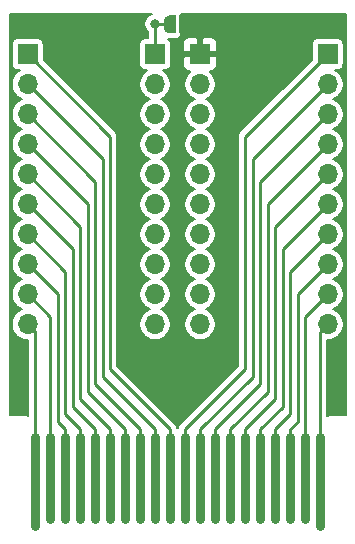
<source format=gbr>
G04 #@! TF.GenerationSoftware,KiCad,Pcbnew,(5.1.5)-3*
G04 #@! TF.CreationDate,2020-01-25T19:38:27+03:00*
G04 #@! TF.ProjectId,Sharp PC-1600 MemCard,53686172-7020-4504-932d-31363030204d,rev?*
G04 #@! TF.SameCoordinates,Original*
G04 #@! TF.FileFunction,Copper,L1,Top*
G04 #@! TF.FilePolarity,Positive*
%FSLAX46Y46*%
G04 Gerber Fmt 4.6, Leading zero omitted, Abs format (unit mm)*
G04 Created by KiCad (PCBNEW (5.1.5)-3) date 2020-01-25 19:38:27*
%MOMM*%
%LPD*%
G04 APERTURE LIST*
%ADD10C,0.100000*%
%ADD11R,1.700000X1.700000*%
%ADD12O,1.700000X1.700000*%
%ADD13C,0.800000*%
%ADD14C,0.800000*%
%ADD15C,0.250000*%
%ADD16C,0.200000*%
G04 APERTURE END LIST*
G04 #@! TA.AperFunction,SMDPad,CuDef*
D10*
G36*
X147290000Y-64884398D02*
G01*
X147265466Y-64884398D01*
X147216635Y-64879588D01*
X147168510Y-64870016D01*
X147121555Y-64855772D01*
X147076222Y-64836995D01*
X147032949Y-64813864D01*
X146992150Y-64786604D01*
X146954221Y-64755476D01*
X146919524Y-64720779D01*
X146888396Y-64682850D01*
X146861136Y-64642051D01*
X146838005Y-64598778D01*
X146819228Y-64553445D01*
X146804984Y-64506490D01*
X146795412Y-64458365D01*
X146790602Y-64409534D01*
X146790602Y-64385000D01*
X146790000Y-64385000D01*
X146790000Y-63885000D01*
X146790602Y-63885000D01*
X146790602Y-63860466D01*
X146795412Y-63811635D01*
X146804984Y-63763510D01*
X146819228Y-63716555D01*
X146838005Y-63671222D01*
X146861136Y-63627949D01*
X146888396Y-63587150D01*
X146919524Y-63549221D01*
X146954221Y-63514524D01*
X146992150Y-63483396D01*
X147032949Y-63456136D01*
X147076222Y-63433005D01*
X147121555Y-63414228D01*
X147168510Y-63399984D01*
X147216635Y-63390412D01*
X147265466Y-63385602D01*
X147290000Y-63385602D01*
X147290000Y-63385000D01*
X147790000Y-63385000D01*
X147790000Y-64885000D01*
X147290000Y-64885000D01*
X147290000Y-64884398D01*
G37*
G04 #@! TD.AperFunction*
G04 #@! TA.AperFunction,SMDPad,CuDef*
G36*
X148090000Y-63385000D02*
G01*
X148590000Y-63385000D01*
X148590000Y-63385602D01*
X148614534Y-63385602D01*
X148663365Y-63390412D01*
X148711490Y-63399984D01*
X148758445Y-63414228D01*
X148803778Y-63433005D01*
X148847051Y-63456136D01*
X148887850Y-63483396D01*
X148925779Y-63514524D01*
X148960476Y-63549221D01*
X148991604Y-63587150D01*
X149018864Y-63627949D01*
X149041995Y-63671222D01*
X149060772Y-63716555D01*
X149075016Y-63763510D01*
X149084588Y-63811635D01*
X149089398Y-63860466D01*
X149089398Y-63885000D01*
X149090000Y-63885000D01*
X149090000Y-64385000D01*
X149089398Y-64385000D01*
X149089398Y-64409534D01*
X149084588Y-64458365D01*
X149075016Y-64506490D01*
X149060772Y-64553445D01*
X149041995Y-64598778D01*
X149018864Y-64642051D01*
X148991604Y-64682850D01*
X148960476Y-64720779D01*
X148925779Y-64755476D01*
X148887850Y-64786604D01*
X148847051Y-64813864D01*
X148803778Y-64836995D01*
X148758445Y-64855772D01*
X148711490Y-64870016D01*
X148663365Y-64879588D01*
X148614534Y-64884398D01*
X148590000Y-64884398D01*
X148590000Y-64885000D01*
X148090000Y-64885000D01*
X148090000Y-63385000D01*
G37*
G04 #@! TD.AperFunction*
D11*
X149860000Y-66675000D03*
D12*
X149860000Y-69215000D03*
X149860000Y-71755000D03*
X149860000Y-74295000D03*
X149860000Y-76835000D03*
X149860000Y-79375000D03*
X149860000Y-81915000D03*
X149860000Y-84455000D03*
X149860000Y-86995000D03*
X149860000Y-89535000D03*
D11*
X146050000Y-66675000D03*
D12*
X146050000Y-69215000D03*
X146050000Y-71755000D03*
X146050000Y-74295000D03*
X146050000Y-76835000D03*
X146050000Y-79375000D03*
X146050000Y-81915000D03*
X146050000Y-84455000D03*
X146050000Y-86995000D03*
X146050000Y-89535000D03*
D11*
X135255000Y-66675000D03*
D12*
X135255000Y-69215000D03*
X135255000Y-71755000D03*
X135255000Y-74295000D03*
X135255000Y-76835000D03*
X135255000Y-79375000D03*
X135255000Y-81915000D03*
X135255000Y-84455000D03*
X135255000Y-86995000D03*
X135255000Y-89535000D03*
D11*
X160655000Y-66675000D03*
D12*
X160655000Y-69215000D03*
X160655000Y-71755000D03*
X160655000Y-74295000D03*
X160655000Y-76835000D03*
X160655000Y-79375000D03*
X160655000Y-81915000D03*
X160655000Y-84455000D03*
X160655000Y-86995000D03*
X160655000Y-89535000D03*
D13*
X146050000Y-64135000D03*
X160655000Y-64135000D03*
X154940000Y-64135000D03*
X161290000Y-96520000D03*
X135255000Y-64135000D03*
X136525000Y-64135000D03*
X159385000Y-64135000D03*
X149860000Y-64135000D03*
X140335000Y-64135000D03*
X134620000Y-96520000D03*
X134620000Y-95250000D03*
X161290000Y-95250000D03*
X147955000Y-88265000D03*
X147955000Y-78105000D03*
X147955000Y-68580000D03*
X150495000Y-93345000D03*
X146050000Y-93345000D03*
D14*
X160020000Y-106645000D02*
X160020000Y-99045000D01*
X158750000Y-106045000D02*
X158750000Y-99045000D01*
X157480000Y-106045000D02*
X157480000Y-99045000D01*
X156210000Y-106045000D02*
X156210000Y-99045000D01*
X154940000Y-106045000D02*
X154940000Y-99045000D01*
X153670000Y-106045000D02*
X153670000Y-99045000D01*
X152400000Y-106045000D02*
X152400000Y-99045000D01*
X151130000Y-106045000D02*
X151130000Y-99045000D01*
X149860000Y-106045000D02*
X149860000Y-99045000D01*
X148590000Y-106045000D02*
X148590000Y-99045000D01*
X147320000Y-106045000D02*
X147320000Y-99045000D01*
X146050000Y-106045000D02*
X146050000Y-99045000D01*
X144780000Y-106045000D02*
X144780000Y-99045000D01*
X143510000Y-106045000D02*
X143510000Y-99045000D01*
X142240000Y-106045000D02*
X142240000Y-99045000D01*
X140970000Y-106045000D02*
X140970000Y-99045000D01*
X139700000Y-106045000D02*
X139700000Y-99045000D01*
X138430000Y-106045000D02*
X138430000Y-99045000D01*
X137160000Y-106045000D02*
X137160000Y-99045000D01*
X135890000Y-106645000D02*
X135890000Y-99045000D01*
D15*
X160020000Y-99045000D02*
X160020000Y-90170000D01*
X160020000Y-90170000D02*
X160655000Y-89535000D01*
X135890000Y-99045000D02*
X135890000Y-90170000D01*
X135890000Y-90170000D02*
X135255000Y-89535000D01*
X137160000Y-99045000D02*
X137160000Y-88900000D01*
X137160000Y-88900000D02*
X135255000Y-86995000D01*
X138430000Y-99045000D02*
X138430000Y-98425000D01*
X138430000Y-98425000D02*
X137795000Y-97790000D01*
X137795000Y-86995000D02*
X135255000Y-84455000D01*
X137795000Y-97790000D02*
X137795000Y-86995000D01*
X139700000Y-99045000D02*
X139700000Y-98425000D01*
X139700000Y-98425000D02*
X138430000Y-97155000D01*
X138430000Y-97155000D02*
X138430000Y-85090000D01*
X138430000Y-85090000D02*
X135255000Y-81915000D01*
X140970000Y-99045000D02*
X140970000Y-98425000D01*
X140970000Y-98425000D02*
X139065000Y-96520000D01*
X139065000Y-96520000D02*
X139065000Y-83185000D01*
X139065000Y-83185000D02*
X135255000Y-79375000D01*
X142240000Y-99045000D02*
X142240000Y-98425000D01*
X142240000Y-98425000D02*
X139700000Y-95885000D01*
X139700000Y-95885000D02*
X139700000Y-81280000D01*
X139700000Y-81280000D02*
X135255000Y-76835000D01*
X143510000Y-99045000D02*
X143510000Y-98425000D01*
X143510000Y-98425000D02*
X140335000Y-95250000D01*
X140335000Y-95250000D02*
X140335000Y-79375000D01*
X140335000Y-79375000D02*
X135255000Y-74295000D01*
X144780000Y-99045000D02*
X144780000Y-98425000D01*
X144780000Y-98425000D02*
X140970000Y-94615000D01*
X140970000Y-94615000D02*
X140970000Y-77470000D01*
X140970000Y-77470000D02*
X135255000Y-71755000D01*
X146050000Y-99045000D02*
X146050000Y-98425000D01*
X146050000Y-98425000D02*
X141605000Y-93980000D01*
X141605000Y-93980000D02*
X141605000Y-75565000D01*
X141605000Y-75565000D02*
X135255000Y-69215000D01*
X147320000Y-99045000D02*
X147320000Y-98425000D01*
X147320000Y-98425000D02*
X142240000Y-93345000D01*
X142240000Y-93345000D02*
X142240000Y-73660000D01*
X142240000Y-73660000D02*
X135255000Y-66675000D01*
X158750000Y-99045000D02*
X158750000Y-88900000D01*
X158750000Y-88900000D02*
X160655000Y-86995000D01*
X157480000Y-99045000D02*
X157480000Y-98425000D01*
X157480000Y-98425000D02*
X158115000Y-97790000D01*
X158115000Y-97790000D02*
X158115000Y-86995000D01*
X158115000Y-86995000D02*
X160655000Y-84455000D01*
X156210000Y-99045000D02*
X156210000Y-98425000D01*
X156210000Y-98425000D02*
X157480000Y-97155000D01*
X157480000Y-97155000D02*
X157480000Y-85090000D01*
X157480000Y-85090000D02*
X160655000Y-81915000D01*
X154940000Y-99045000D02*
X154940000Y-98425000D01*
X154940000Y-98425000D02*
X156845000Y-96520000D01*
X156845000Y-96520000D02*
X156845000Y-83185000D01*
X156845000Y-83185000D02*
X160655000Y-79375000D01*
X153670000Y-99045000D02*
X153670000Y-98425000D01*
X153670000Y-98425000D02*
X156210000Y-95885000D01*
X156210000Y-95885000D02*
X156210000Y-81280000D01*
X156210000Y-81280000D02*
X160655000Y-76835000D01*
X152400000Y-99045000D02*
X152400000Y-98425000D01*
X152400000Y-98425000D02*
X155575000Y-95250000D01*
X155575000Y-95250000D02*
X155575000Y-79375000D01*
X155575000Y-79375000D02*
X160655000Y-74295000D01*
X151130000Y-99045000D02*
X151130000Y-98425000D01*
X151130000Y-98425000D02*
X154940000Y-94615000D01*
X154940000Y-94615000D02*
X154940000Y-77470000D01*
X154940000Y-77470000D02*
X160655000Y-71755000D01*
X149860000Y-99045000D02*
X149860000Y-98425000D01*
X149860000Y-98425000D02*
X154305000Y-93980000D01*
X154305000Y-93980000D02*
X154305000Y-75565000D01*
X154305000Y-75565000D02*
X160655000Y-69215000D01*
X148590000Y-99045000D02*
X148590000Y-98425000D01*
X148590000Y-98425000D02*
X153670000Y-93345000D01*
X153670000Y-93345000D02*
X153670000Y-73660000D01*
X153670000Y-73660000D02*
X160655000Y-66675000D01*
X146050000Y-64135000D02*
X146050000Y-64135000D01*
X146050000Y-64135000D02*
X147290000Y-64135000D01*
X146050000Y-64135000D02*
X146050000Y-66675000D01*
X149860000Y-66675000D02*
X149860000Y-64135000D01*
X149860000Y-64135000D02*
X148590000Y-64135000D01*
X149860000Y-64135000D02*
X149860000Y-64135000D01*
D16*
G36*
X145623690Y-63337430D02*
G01*
X145476283Y-63435924D01*
X145350924Y-63561283D01*
X145252430Y-63708690D01*
X145184586Y-63872480D01*
X145150000Y-64046358D01*
X145150000Y-64223642D01*
X145184586Y-64397520D01*
X145252430Y-64561310D01*
X145350924Y-64708717D01*
X145425000Y-64782793D01*
X145425000Y-65322581D01*
X145200000Y-65322581D01*
X145101983Y-65332235D01*
X145007733Y-65360825D01*
X144920871Y-65407254D01*
X144844736Y-65469736D01*
X144782254Y-65545871D01*
X144735825Y-65632733D01*
X144707235Y-65726983D01*
X144697581Y-65825000D01*
X144697581Y-67525000D01*
X144707235Y-67623017D01*
X144735825Y-67717267D01*
X144782254Y-67804129D01*
X144844736Y-67880264D01*
X144920871Y-67942746D01*
X145007733Y-67989175D01*
X145101983Y-68017765D01*
X145200000Y-68027419D01*
X145397405Y-68027419D01*
X145189425Y-68166387D01*
X145001387Y-68354425D01*
X144853646Y-68575535D01*
X144751880Y-68821220D01*
X144700000Y-69082037D01*
X144700000Y-69347963D01*
X144751880Y-69608780D01*
X144853646Y-69854465D01*
X145001387Y-70075575D01*
X145189425Y-70263613D01*
X145410535Y-70411354D01*
X145588332Y-70485000D01*
X145410535Y-70558646D01*
X145189425Y-70706387D01*
X145001387Y-70894425D01*
X144853646Y-71115535D01*
X144751880Y-71361220D01*
X144700000Y-71622037D01*
X144700000Y-71887963D01*
X144751880Y-72148780D01*
X144853646Y-72394465D01*
X145001387Y-72615575D01*
X145189425Y-72803613D01*
X145410535Y-72951354D01*
X145588332Y-73025000D01*
X145410535Y-73098646D01*
X145189425Y-73246387D01*
X145001387Y-73434425D01*
X144853646Y-73655535D01*
X144751880Y-73901220D01*
X144700000Y-74162037D01*
X144700000Y-74427963D01*
X144751880Y-74688780D01*
X144853646Y-74934465D01*
X145001387Y-75155575D01*
X145189425Y-75343613D01*
X145410535Y-75491354D01*
X145588332Y-75565000D01*
X145410535Y-75638646D01*
X145189425Y-75786387D01*
X145001387Y-75974425D01*
X144853646Y-76195535D01*
X144751880Y-76441220D01*
X144700000Y-76702037D01*
X144700000Y-76967963D01*
X144751880Y-77228780D01*
X144853646Y-77474465D01*
X145001387Y-77695575D01*
X145189425Y-77883613D01*
X145410535Y-78031354D01*
X145588332Y-78105000D01*
X145410535Y-78178646D01*
X145189425Y-78326387D01*
X145001387Y-78514425D01*
X144853646Y-78735535D01*
X144751880Y-78981220D01*
X144700000Y-79242037D01*
X144700000Y-79507963D01*
X144751880Y-79768780D01*
X144853646Y-80014465D01*
X145001387Y-80235575D01*
X145189425Y-80423613D01*
X145410535Y-80571354D01*
X145588332Y-80645000D01*
X145410535Y-80718646D01*
X145189425Y-80866387D01*
X145001387Y-81054425D01*
X144853646Y-81275535D01*
X144751880Y-81521220D01*
X144700000Y-81782037D01*
X144700000Y-82047963D01*
X144751880Y-82308780D01*
X144853646Y-82554465D01*
X145001387Y-82775575D01*
X145189425Y-82963613D01*
X145410535Y-83111354D01*
X145588332Y-83185000D01*
X145410535Y-83258646D01*
X145189425Y-83406387D01*
X145001387Y-83594425D01*
X144853646Y-83815535D01*
X144751880Y-84061220D01*
X144700000Y-84322037D01*
X144700000Y-84587963D01*
X144751880Y-84848780D01*
X144853646Y-85094465D01*
X145001387Y-85315575D01*
X145189425Y-85503613D01*
X145410535Y-85651354D01*
X145588332Y-85725000D01*
X145410535Y-85798646D01*
X145189425Y-85946387D01*
X145001387Y-86134425D01*
X144853646Y-86355535D01*
X144751880Y-86601220D01*
X144700000Y-86862037D01*
X144700000Y-87127963D01*
X144751880Y-87388780D01*
X144853646Y-87634465D01*
X145001387Y-87855575D01*
X145189425Y-88043613D01*
X145410535Y-88191354D01*
X145588332Y-88265000D01*
X145410535Y-88338646D01*
X145189425Y-88486387D01*
X145001387Y-88674425D01*
X144853646Y-88895535D01*
X144751880Y-89141220D01*
X144700000Y-89402037D01*
X144700000Y-89667963D01*
X144751880Y-89928780D01*
X144853646Y-90174465D01*
X145001387Y-90395575D01*
X145189425Y-90583613D01*
X145410535Y-90731354D01*
X145656220Y-90833120D01*
X145917037Y-90885000D01*
X146182963Y-90885000D01*
X146443780Y-90833120D01*
X146689465Y-90731354D01*
X146910575Y-90583613D01*
X147098613Y-90395575D01*
X147246354Y-90174465D01*
X147348120Y-89928780D01*
X147400000Y-89667963D01*
X147400000Y-89402037D01*
X147348120Y-89141220D01*
X147246354Y-88895535D01*
X147098613Y-88674425D01*
X146910575Y-88486387D01*
X146689465Y-88338646D01*
X146511668Y-88265000D01*
X146689465Y-88191354D01*
X146910575Y-88043613D01*
X147098613Y-87855575D01*
X147246354Y-87634465D01*
X147348120Y-87388780D01*
X147400000Y-87127963D01*
X147400000Y-86862037D01*
X147348120Y-86601220D01*
X147246354Y-86355535D01*
X147098613Y-86134425D01*
X146910575Y-85946387D01*
X146689465Y-85798646D01*
X146511668Y-85725000D01*
X146689465Y-85651354D01*
X146910575Y-85503613D01*
X147098613Y-85315575D01*
X147246354Y-85094465D01*
X147348120Y-84848780D01*
X147400000Y-84587963D01*
X147400000Y-84322037D01*
X147348120Y-84061220D01*
X147246354Y-83815535D01*
X147098613Y-83594425D01*
X146910575Y-83406387D01*
X146689465Y-83258646D01*
X146511668Y-83185000D01*
X146689465Y-83111354D01*
X146910575Y-82963613D01*
X147098613Y-82775575D01*
X147246354Y-82554465D01*
X147348120Y-82308780D01*
X147400000Y-82047963D01*
X147400000Y-81782037D01*
X147348120Y-81521220D01*
X147246354Y-81275535D01*
X147098613Y-81054425D01*
X146910575Y-80866387D01*
X146689465Y-80718646D01*
X146511668Y-80645000D01*
X146689465Y-80571354D01*
X146910575Y-80423613D01*
X147098613Y-80235575D01*
X147246354Y-80014465D01*
X147348120Y-79768780D01*
X147400000Y-79507963D01*
X147400000Y-79242037D01*
X147348120Y-78981220D01*
X147246354Y-78735535D01*
X147098613Y-78514425D01*
X146910575Y-78326387D01*
X146689465Y-78178646D01*
X146511668Y-78105000D01*
X146689465Y-78031354D01*
X146910575Y-77883613D01*
X147098613Y-77695575D01*
X147246354Y-77474465D01*
X147348120Y-77228780D01*
X147400000Y-76967963D01*
X147400000Y-76702037D01*
X147348120Y-76441220D01*
X147246354Y-76195535D01*
X147098613Y-75974425D01*
X146910575Y-75786387D01*
X146689465Y-75638646D01*
X146511668Y-75565000D01*
X146689465Y-75491354D01*
X146910575Y-75343613D01*
X147098613Y-75155575D01*
X147246354Y-74934465D01*
X147348120Y-74688780D01*
X147400000Y-74427963D01*
X147400000Y-74162037D01*
X147348120Y-73901220D01*
X147246354Y-73655535D01*
X147098613Y-73434425D01*
X146910575Y-73246387D01*
X146689465Y-73098646D01*
X146511668Y-73025000D01*
X146689465Y-72951354D01*
X146910575Y-72803613D01*
X147098613Y-72615575D01*
X147246354Y-72394465D01*
X147348120Y-72148780D01*
X147400000Y-71887963D01*
X147400000Y-71622037D01*
X147348120Y-71361220D01*
X147246354Y-71115535D01*
X147098613Y-70894425D01*
X146910575Y-70706387D01*
X146689465Y-70558646D01*
X146511668Y-70485000D01*
X146689465Y-70411354D01*
X146910575Y-70263613D01*
X147098613Y-70075575D01*
X147246354Y-69854465D01*
X147348120Y-69608780D01*
X147400000Y-69347963D01*
X147400000Y-69082037D01*
X147348120Y-68821220D01*
X147246354Y-68575535D01*
X147098613Y-68354425D01*
X146910575Y-68166387D01*
X146702595Y-68027419D01*
X146900000Y-68027419D01*
X146998017Y-68017765D01*
X147092267Y-67989175D01*
X147179129Y-67942746D01*
X147255264Y-67880264D01*
X147317746Y-67804129D01*
X147364175Y-67717267D01*
X147392765Y-67623017D01*
X147402419Y-67525000D01*
X148399058Y-67525000D01*
X148410797Y-67644189D01*
X148445563Y-67758797D01*
X148502020Y-67864421D01*
X148577999Y-67957001D01*
X148670579Y-68032980D01*
X148776203Y-68089437D01*
X148890811Y-68124203D01*
X149010000Y-68135942D01*
X149045275Y-68135751D01*
X148999425Y-68166387D01*
X148811387Y-68354425D01*
X148663646Y-68575535D01*
X148561880Y-68821220D01*
X148510000Y-69082037D01*
X148510000Y-69347963D01*
X148561880Y-69608780D01*
X148663646Y-69854465D01*
X148811387Y-70075575D01*
X148999425Y-70263613D01*
X149220535Y-70411354D01*
X149398332Y-70485000D01*
X149220535Y-70558646D01*
X148999425Y-70706387D01*
X148811387Y-70894425D01*
X148663646Y-71115535D01*
X148561880Y-71361220D01*
X148510000Y-71622037D01*
X148510000Y-71887963D01*
X148561880Y-72148780D01*
X148663646Y-72394465D01*
X148811387Y-72615575D01*
X148999425Y-72803613D01*
X149220535Y-72951354D01*
X149398332Y-73025000D01*
X149220535Y-73098646D01*
X148999425Y-73246387D01*
X148811387Y-73434425D01*
X148663646Y-73655535D01*
X148561880Y-73901220D01*
X148510000Y-74162037D01*
X148510000Y-74427963D01*
X148561880Y-74688780D01*
X148663646Y-74934465D01*
X148811387Y-75155575D01*
X148999425Y-75343613D01*
X149220535Y-75491354D01*
X149398332Y-75565000D01*
X149220535Y-75638646D01*
X148999425Y-75786387D01*
X148811387Y-75974425D01*
X148663646Y-76195535D01*
X148561880Y-76441220D01*
X148510000Y-76702037D01*
X148510000Y-76967963D01*
X148561880Y-77228780D01*
X148663646Y-77474465D01*
X148811387Y-77695575D01*
X148999425Y-77883613D01*
X149220535Y-78031354D01*
X149398332Y-78105000D01*
X149220535Y-78178646D01*
X148999425Y-78326387D01*
X148811387Y-78514425D01*
X148663646Y-78735535D01*
X148561880Y-78981220D01*
X148510000Y-79242037D01*
X148510000Y-79507963D01*
X148561880Y-79768780D01*
X148663646Y-80014465D01*
X148811387Y-80235575D01*
X148999425Y-80423613D01*
X149220535Y-80571354D01*
X149398332Y-80645000D01*
X149220535Y-80718646D01*
X148999425Y-80866387D01*
X148811387Y-81054425D01*
X148663646Y-81275535D01*
X148561880Y-81521220D01*
X148510000Y-81782037D01*
X148510000Y-82047963D01*
X148561880Y-82308780D01*
X148663646Y-82554465D01*
X148811387Y-82775575D01*
X148999425Y-82963613D01*
X149220535Y-83111354D01*
X149398332Y-83185000D01*
X149220535Y-83258646D01*
X148999425Y-83406387D01*
X148811387Y-83594425D01*
X148663646Y-83815535D01*
X148561880Y-84061220D01*
X148510000Y-84322037D01*
X148510000Y-84587963D01*
X148561880Y-84848780D01*
X148663646Y-85094465D01*
X148811387Y-85315575D01*
X148999425Y-85503613D01*
X149220535Y-85651354D01*
X149398332Y-85725000D01*
X149220535Y-85798646D01*
X148999425Y-85946387D01*
X148811387Y-86134425D01*
X148663646Y-86355535D01*
X148561880Y-86601220D01*
X148510000Y-86862037D01*
X148510000Y-87127963D01*
X148561880Y-87388780D01*
X148663646Y-87634465D01*
X148811387Y-87855575D01*
X148999425Y-88043613D01*
X149220535Y-88191354D01*
X149398332Y-88265000D01*
X149220535Y-88338646D01*
X148999425Y-88486387D01*
X148811387Y-88674425D01*
X148663646Y-88895535D01*
X148561880Y-89141220D01*
X148510000Y-89402037D01*
X148510000Y-89667963D01*
X148561880Y-89928780D01*
X148663646Y-90174465D01*
X148811387Y-90395575D01*
X148999425Y-90583613D01*
X149220535Y-90731354D01*
X149466220Y-90833120D01*
X149727037Y-90885000D01*
X149992963Y-90885000D01*
X150253780Y-90833120D01*
X150499465Y-90731354D01*
X150720575Y-90583613D01*
X150908613Y-90395575D01*
X151056354Y-90174465D01*
X151158120Y-89928780D01*
X151210000Y-89667963D01*
X151210000Y-89402037D01*
X151158120Y-89141220D01*
X151056354Y-88895535D01*
X150908613Y-88674425D01*
X150720575Y-88486387D01*
X150499465Y-88338646D01*
X150321668Y-88265000D01*
X150499465Y-88191354D01*
X150720575Y-88043613D01*
X150908613Y-87855575D01*
X151056354Y-87634465D01*
X151158120Y-87388780D01*
X151210000Y-87127963D01*
X151210000Y-86862037D01*
X151158120Y-86601220D01*
X151056354Y-86355535D01*
X150908613Y-86134425D01*
X150720575Y-85946387D01*
X150499465Y-85798646D01*
X150321668Y-85725000D01*
X150499465Y-85651354D01*
X150720575Y-85503613D01*
X150908613Y-85315575D01*
X151056354Y-85094465D01*
X151158120Y-84848780D01*
X151210000Y-84587963D01*
X151210000Y-84322037D01*
X151158120Y-84061220D01*
X151056354Y-83815535D01*
X150908613Y-83594425D01*
X150720575Y-83406387D01*
X150499465Y-83258646D01*
X150321668Y-83185000D01*
X150499465Y-83111354D01*
X150720575Y-82963613D01*
X150908613Y-82775575D01*
X151056354Y-82554465D01*
X151158120Y-82308780D01*
X151210000Y-82047963D01*
X151210000Y-81782037D01*
X151158120Y-81521220D01*
X151056354Y-81275535D01*
X150908613Y-81054425D01*
X150720575Y-80866387D01*
X150499465Y-80718646D01*
X150321668Y-80645000D01*
X150499465Y-80571354D01*
X150720575Y-80423613D01*
X150908613Y-80235575D01*
X151056354Y-80014465D01*
X151158120Y-79768780D01*
X151210000Y-79507963D01*
X151210000Y-79242037D01*
X151158120Y-78981220D01*
X151056354Y-78735535D01*
X150908613Y-78514425D01*
X150720575Y-78326387D01*
X150499465Y-78178646D01*
X150321668Y-78105000D01*
X150499465Y-78031354D01*
X150720575Y-77883613D01*
X150908613Y-77695575D01*
X151056354Y-77474465D01*
X151158120Y-77228780D01*
X151210000Y-76967963D01*
X151210000Y-76702037D01*
X151158120Y-76441220D01*
X151056354Y-76195535D01*
X150908613Y-75974425D01*
X150720575Y-75786387D01*
X150499465Y-75638646D01*
X150321668Y-75565000D01*
X150499465Y-75491354D01*
X150720575Y-75343613D01*
X150908613Y-75155575D01*
X151056354Y-74934465D01*
X151158120Y-74688780D01*
X151210000Y-74427963D01*
X151210000Y-74162037D01*
X151158120Y-73901220D01*
X151056354Y-73655535D01*
X150908613Y-73434425D01*
X150720575Y-73246387D01*
X150499465Y-73098646D01*
X150321668Y-73025000D01*
X150499465Y-72951354D01*
X150720575Y-72803613D01*
X150908613Y-72615575D01*
X151056354Y-72394465D01*
X151158120Y-72148780D01*
X151210000Y-71887963D01*
X151210000Y-71622037D01*
X151158120Y-71361220D01*
X151056354Y-71115535D01*
X150908613Y-70894425D01*
X150720575Y-70706387D01*
X150499465Y-70558646D01*
X150321668Y-70485000D01*
X150499465Y-70411354D01*
X150720575Y-70263613D01*
X150908613Y-70075575D01*
X151056354Y-69854465D01*
X151158120Y-69608780D01*
X151210000Y-69347963D01*
X151210000Y-69082037D01*
X151158120Y-68821220D01*
X151056354Y-68575535D01*
X150908613Y-68354425D01*
X150720575Y-68166387D01*
X150674725Y-68135751D01*
X150710000Y-68135942D01*
X150829189Y-68124203D01*
X150943797Y-68089437D01*
X151049421Y-68032980D01*
X151142001Y-67957001D01*
X151217980Y-67864421D01*
X151274437Y-67758797D01*
X151309203Y-67644189D01*
X151320942Y-67525000D01*
X151318000Y-66981000D01*
X151166000Y-66829000D01*
X150014000Y-66829000D01*
X150014000Y-66849000D01*
X149706000Y-66849000D01*
X149706000Y-66829000D01*
X148554000Y-66829000D01*
X148402000Y-66981000D01*
X148399058Y-67525000D01*
X147402419Y-67525000D01*
X147402419Y-65825000D01*
X148399058Y-65825000D01*
X148402000Y-66369000D01*
X148554000Y-66521000D01*
X149706000Y-66521000D01*
X149706000Y-65369000D01*
X150014000Y-65369000D01*
X150014000Y-66521000D01*
X151166000Y-66521000D01*
X151318000Y-66369000D01*
X151320942Y-65825000D01*
X151309203Y-65705811D01*
X151274437Y-65591203D01*
X151217980Y-65485579D01*
X151142001Y-65392999D01*
X151049421Y-65317020D01*
X150943797Y-65260563D01*
X150829189Y-65225797D01*
X150710000Y-65214058D01*
X150166000Y-65217000D01*
X150014000Y-65369000D01*
X149706000Y-65369000D01*
X149554000Y-65217000D01*
X149010000Y-65214058D01*
X148890811Y-65225797D01*
X148776203Y-65260563D01*
X148670579Y-65317020D01*
X148577999Y-65392999D01*
X148502020Y-65485579D01*
X148445563Y-65591203D01*
X148410797Y-65705811D01*
X148399058Y-65825000D01*
X147402419Y-65825000D01*
X147392765Y-65726983D01*
X147364175Y-65632733D01*
X147317746Y-65545871D01*
X147255264Y-65469736D01*
X147179129Y-65407254D01*
X147105514Y-65367906D01*
X147142974Y-65375357D01*
X147240991Y-65385011D01*
X147265552Y-65385011D01*
X147290000Y-65387419D01*
X147790000Y-65387419D01*
X147888017Y-65377765D01*
X147982267Y-65349175D01*
X148069129Y-65302746D01*
X148145264Y-65240264D01*
X148207746Y-65164129D01*
X148254175Y-65077267D01*
X148282765Y-64983017D01*
X148292419Y-64885000D01*
X148292419Y-63385000D01*
X148282765Y-63286983D01*
X148277613Y-63270000D01*
X162185000Y-63270000D01*
X162185001Y-97220000D01*
X160985788Y-97220000D01*
X160960000Y-97217460D01*
X160934212Y-97220000D01*
X160857082Y-97227597D01*
X160758119Y-97257617D01*
X160666914Y-97306367D01*
X160645000Y-97324351D01*
X160645000Y-90885000D01*
X160787963Y-90885000D01*
X161048780Y-90833120D01*
X161294465Y-90731354D01*
X161515575Y-90583613D01*
X161703613Y-90395575D01*
X161851354Y-90174465D01*
X161953120Y-89928780D01*
X162005000Y-89667963D01*
X162005000Y-89402037D01*
X161953120Y-89141220D01*
X161851354Y-88895535D01*
X161703613Y-88674425D01*
X161515575Y-88486387D01*
X161294465Y-88338646D01*
X161116668Y-88265000D01*
X161294465Y-88191354D01*
X161515575Y-88043613D01*
X161703613Y-87855575D01*
X161851354Y-87634465D01*
X161953120Y-87388780D01*
X162005000Y-87127963D01*
X162005000Y-86862037D01*
X161953120Y-86601220D01*
X161851354Y-86355535D01*
X161703613Y-86134425D01*
X161515575Y-85946387D01*
X161294465Y-85798646D01*
X161116668Y-85725000D01*
X161294465Y-85651354D01*
X161515575Y-85503613D01*
X161703613Y-85315575D01*
X161851354Y-85094465D01*
X161953120Y-84848780D01*
X162005000Y-84587963D01*
X162005000Y-84322037D01*
X161953120Y-84061220D01*
X161851354Y-83815535D01*
X161703613Y-83594425D01*
X161515575Y-83406387D01*
X161294465Y-83258646D01*
X161116668Y-83185000D01*
X161294465Y-83111354D01*
X161515575Y-82963613D01*
X161703613Y-82775575D01*
X161851354Y-82554465D01*
X161953120Y-82308780D01*
X162005000Y-82047963D01*
X162005000Y-81782037D01*
X161953120Y-81521220D01*
X161851354Y-81275535D01*
X161703613Y-81054425D01*
X161515575Y-80866387D01*
X161294465Y-80718646D01*
X161116668Y-80645000D01*
X161294465Y-80571354D01*
X161515575Y-80423613D01*
X161703613Y-80235575D01*
X161851354Y-80014465D01*
X161953120Y-79768780D01*
X162005000Y-79507963D01*
X162005000Y-79242037D01*
X161953120Y-78981220D01*
X161851354Y-78735535D01*
X161703613Y-78514425D01*
X161515575Y-78326387D01*
X161294465Y-78178646D01*
X161116668Y-78105000D01*
X161294465Y-78031354D01*
X161515575Y-77883613D01*
X161703613Y-77695575D01*
X161851354Y-77474465D01*
X161953120Y-77228780D01*
X162005000Y-76967963D01*
X162005000Y-76702037D01*
X161953120Y-76441220D01*
X161851354Y-76195535D01*
X161703613Y-75974425D01*
X161515575Y-75786387D01*
X161294465Y-75638646D01*
X161116668Y-75565000D01*
X161294465Y-75491354D01*
X161515575Y-75343613D01*
X161703613Y-75155575D01*
X161851354Y-74934465D01*
X161953120Y-74688780D01*
X162005000Y-74427963D01*
X162005000Y-74162037D01*
X161953120Y-73901220D01*
X161851354Y-73655535D01*
X161703613Y-73434425D01*
X161515575Y-73246387D01*
X161294465Y-73098646D01*
X161116668Y-73025000D01*
X161294465Y-72951354D01*
X161515575Y-72803613D01*
X161703613Y-72615575D01*
X161851354Y-72394465D01*
X161953120Y-72148780D01*
X162005000Y-71887963D01*
X162005000Y-71622037D01*
X161953120Y-71361220D01*
X161851354Y-71115535D01*
X161703613Y-70894425D01*
X161515575Y-70706387D01*
X161294465Y-70558646D01*
X161116668Y-70485000D01*
X161294465Y-70411354D01*
X161515575Y-70263613D01*
X161703613Y-70075575D01*
X161851354Y-69854465D01*
X161953120Y-69608780D01*
X162005000Y-69347963D01*
X162005000Y-69082037D01*
X161953120Y-68821220D01*
X161851354Y-68575535D01*
X161703613Y-68354425D01*
X161515575Y-68166387D01*
X161307595Y-68027419D01*
X161505000Y-68027419D01*
X161603017Y-68017765D01*
X161697267Y-67989175D01*
X161784129Y-67942746D01*
X161860264Y-67880264D01*
X161922746Y-67804129D01*
X161969175Y-67717267D01*
X161997765Y-67623017D01*
X162007419Y-67525000D01*
X162007419Y-65825000D01*
X161997765Y-65726983D01*
X161969175Y-65632733D01*
X161922746Y-65545871D01*
X161860264Y-65469736D01*
X161784129Y-65407254D01*
X161697267Y-65360825D01*
X161603017Y-65332235D01*
X161505000Y-65322581D01*
X159805000Y-65322581D01*
X159706983Y-65332235D01*
X159612733Y-65360825D01*
X159525871Y-65407254D01*
X159449736Y-65469736D01*
X159387254Y-65545871D01*
X159340825Y-65632733D01*
X159312235Y-65726983D01*
X159302581Y-65825000D01*
X159302581Y-67143536D01*
X153249772Y-73196346D01*
X153225921Y-73215920D01*
X153147819Y-73311088D01*
X153147818Y-73311089D01*
X153089782Y-73419666D01*
X153054044Y-73537479D01*
X153041977Y-73660000D01*
X153045001Y-73690704D01*
X153045000Y-93086117D01*
X148169772Y-97961346D01*
X148145921Y-97980920D01*
X148067818Y-98076089D01*
X148009781Y-98184666D01*
X147974043Y-98302479D01*
X147971825Y-98325000D01*
X147938175Y-98325000D01*
X147935957Y-98302479D01*
X147900219Y-98184666D01*
X147842183Y-98076089D01*
X147764080Y-97980920D01*
X147740229Y-97961346D01*
X142865000Y-93086118D01*
X142865000Y-73690701D01*
X142868024Y-73660000D01*
X142865000Y-73629296D01*
X142855957Y-73537479D01*
X142820219Y-73419666D01*
X142762183Y-73311089D01*
X142684080Y-73215920D01*
X142660229Y-73196346D01*
X136607419Y-67143537D01*
X136607419Y-65825000D01*
X136597765Y-65726983D01*
X136569175Y-65632733D01*
X136522746Y-65545871D01*
X136460264Y-65469736D01*
X136384129Y-65407254D01*
X136297267Y-65360825D01*
X136203017Y-65332235D01*
X136105000Y-65322581D01*
X134405000Y-65322581D01*
X134306983Y-65332235D01*
X134212733Y-65360825D01*
X134125871Y-65407254D01*
X134049736Y-65469736D01*
X133987254Y-65545871D01*
X133940825Y-65632733D01*
X133912235Y-65726983D01*
X133902581Y-65825000D01*
X133902581Y-67525000D01*
X133912235Y-67623017D01*
X133940825Y-67717267D01*
X133987254Y-67804129D01*
X134049736Y-67880264D01*
X134125871Y-67942746D01*
X134212733Y-67989175D01*
X134306983Y-68017765D01*
X134405000Y-68027419D01*
X134602405Y-68027419D01*
X134394425Y-68166387D01*
X134206387Y-68354425D01*
X134058646Y-68575535D01*
X133956880Y-68821220D01*
X133905000Y-69082037D01*
X133905000Y-69347963D01*
X133956880Y-69608780D01*
X134058646Y-69854465D01*
X134206387Y-70075575D01*
X134394425Y-70263613D01*
X134615535Y-70411354D01*
X134793332Y-70485000D01*
X134615535Y-70558646D01*
X134394425Y-70706387D01*
X134206387Y-70894425D01*
X134058646Y-71115535D01*
X133956880Y-71361220D01*
X133905000Y-71622037D01*
X133905000Y-71887963D01*
X133956880Y-72148780D01*
X134058646Y-72394465D01*
X134206387Y-72615575D01*
X134394425Y-72803613D01*
X134615535Y-72951354D01*
X134793332Y-73025000D01*
X134615535Y-73098646D01*
X134394425Y-73246387D01*
X134206387Y-73434425D01*
X134058646Y-73655535D01*
X133956880Y-73901220D01*
X133905000Y-74162037D01*
X133905000Y-74427963D01*
X133956880Y-74688780D01*
X134058646Y-74934465D01*
X134206387Y-75155575D01*
X134394425Y-75343613D01*
X134615535Y-75491354D01*
X134793332Y-75565000D01*
X134615535Y-75638646D01*
X134394425Y-75786387D01*
X134206387Y-75974425D01*
X134058646Y-76195535D01*
X133956880Y-76441220D01*
X133905000Y-76702037D01*
X133905000Y-76967963D01*
X133956880Y-77228780D01*
X134058646Y-77474465D01*
X134206387Y-77695575D01*
X134394425Y-77883613D01*
X134615535Y-78031354D01*
X134793332Y-78105000D01*
X134615535Y-78178646D01*
X134394425Y-78326387D01*
X134206387Y-78514425D01*
X134058646Y-78735535D01*
X133956880Y-78981220D01*
X133905000Y-79242037D01*
X133905000Y-79507963D01*
X133956880Y-79768780D01*
X134058646Y-80014465D01*
X134206387Y-80235575D01*
X134394425Y-80423613D01*
X134615535Y-80571354D01*
X134793332Y-80645000D01*
X134615535Y-80718646D01*
X134394425Y-80866387D01*
X134206387Y-81054425D01*
X134058646Y-81275535D01*
X133956880Y-81521220D01*
X133905000Y-81782037D01*
X133905000Y-82047963D01*
X133956880Y-82308780D01*
X134058646Y-82554465D01*
X134206387Y-82775575D01*
X134394425Y-82963613D01*
X134615535Y-83111354D01*
X134793332Y-83185000D01*
X134615535Y-83258646D01*
X134394425Y-83406387D01*
X134206387Y-83594425D01*
X134058646Y-83815535D01*
X133956880Y-84061220D01*
X133905000Y-84322037D01*
X133905000Y-84587963D01*
X133956880Y-84848780D01*
X134058646Y-85094465D01*
X134206387Y-85315575D01*
X134394425Y-85503613D01*
X134615535Y-85651354D01*
X134793332Y-85725000D01*
X134615535Y-85798646D01*
X134394425Y-85946387D01*
X134206387Y-86134425D01*
X134058646Y-86355535D01*
X133956880Y-86601220D01*
X133905000Y-86862037D01*
X133905000Y-87127963D01*
X133956880Y-87388780D01*
X134058646Y-87634465D01*
X134206387Y-87855575D01*
X134394425Y-88043613D01*
X134615535Y-88191354D01*
X134793332Y-88265000D01*
X134615535Y-88338646D01*
X134394425Y-88486387D01*
X134206387Y-88674425D01*
X134058646Y-88895535D01*
X133956880Y-89141220D01*
X133905000Y-89402037D01*
X133905000Y-89667963D01*
X133956880Y-89928780D01*
X134058646Y-90174465D01*
X134206387Y-90395575D01*
X134394425Y-90583613D01*
X134615535Y-90731354D01*
X134861220Y-90833120D01*
X135122037Y-90885000D01*
X135265001Y-90885000D01*
X135265000Y-97316145D01*
X135253086Y-97306367D01*
X135161881Y-97257617D01*
X135062918Y-97227597D01*
X134985788Y-97220000D01*
X134960000Y-97217460D01*
X134934212Y-97220000D01*
X133735000Y-97220000D01*
X133735000Y-63270000D01*
X145786481Y-63270000D01*
X145623690Y-63337430D01*
G37*
X145623690Y-63337430D02*
X145476283Y-63435924D01*
X145350924Y-63561283D01*
X145252430Y-63708690D01*
X145184586Y-63872480D01*
X145150000Y-64046358D01*
X145150000Y-64223642D01*
X145184586Y-64397520D01*
X145252430Y-64561310D01*
X145350924Y-64708717D01*
X145425000Y-64782793D01*
X145425000Y-65322581D01*
X145200000Y-65322581D01*
X145101983Y-65332235D01*
X145007733Y-65360825D01*
X144920871Y-65407254D01*
X144844736Y-65469736D01*
X144782254Y-65545871D01*
X144735825Y-65632733D01*
X144707235Y-65726983D01*
X144697581Y-65825000D01*
X144697581Y-67525000D01*
X144707235Y-67623017D01*
X144735825Y-67717267D01*
X144782254Y-67804129D01*
X144844736Y-67880264D01*
X144920871Y-67942746D01*
X145007733Y-67989175D01*
X145101983Y-68017765D01*
X145200000Y-68027419D01*
X145397405Y-68027419D01*
X145189425Y-68166387D01*
X145001387Y-68354425D01*
X144853646Y-68575535D01*
X144751880Y-68821220D01*
X144700000Y-69082037D01*
X144700000Y-69347963D01*
X144751880Y-69608780D01*
X144853646Y-69854465D01*
X145001387Y-70075575D01*
X145189425Y-70263613D01*
X145410535Y-70411354D01*
X145588332Y-70485000D01*
X145410535Y-70558646D01*
X145189425Y-70706387D01*
X145001387Y-70894425D01*
X144853646Y-71115535D01*
X144751880Y-71361220D01*
X144700000Y-71622037D01*
X144700000Y-71887963D01*
X144751880Y-72148780D01*
X144853646Y-72394465D01*
X145001387Y-72615575D01*
X145189425Y-72803613D01*
X145410535Y-72951354D01*
X145588332Y-73025000D01*
X145410535Y-73098646D01*
X145189425Y-73246387D01*
X145001387Y-73434425D01*
X144853646Y-73655535D01*
X144751880Y-73901220D01*
X144700000Y-74162037D01*
X144700000Y-74427963D01*
X144751880Y-74688780D01*
X144853646Y-74934465D01*
X145001387Y-75155575D01*
X145189425Y-75343613D01*
X145410535Y-75491354D01*
X145588332Y-75565000D01*
X145410535Y-75638646D01*
X145189425Y-75786387D01*
X145001387Y-75974425D01*
X144853646Y-76195535D01*
X144751880Y-76441220D01*
X144700000Y-76702037D01*
X144700000Y-76967963D01*
X144751880Y-77228780D01*
X144853646Y-77474465D01*
X145001387Y-77695575D01*
X145189425Y-77883613D01*
X145410535Y-78031354D01*
X145588332Y-78105000D01*
X145410535Y-78178646D01*
X145189425Y-78326387D01*
X145001387Y-78514425D01*
X144853646Y-78735535D01*
X144751880Y-78981220D01*
X144700000Y-79242037D01*
X144700000Y-79507963D01*
X144751880Y-79768780D01*
X144853646Y-80014465D01*
X145001387Y-80235575D01*
X145189425Y-80423613D01*
X145410535Y-80571354D01*
X145588332Y-80645000D01*
X145410535Y-80718646D01*
X145189425Y-80866387D01*
X145001387Y-81054425D01*
X144853646Y-81275535D01*
X144751880Y-81521220D01*
X144700000Y-81782037D01*
X144700000Y-82047963D01*
X144751880Y-82308780D01*
X144853646Y-82554465D01*
X145001387Y-82775575D01*
X145189425Y-82963613D01*
X145410535Y-83111354D01*
X145588332Y-83185000D01*
X145410535Y-83258646D01*
X145189425Y-83406387D01*
X145001387Y-83594425D01*
X144853646Y-83815535D01*
X144751880Y-84061220D01*
X144700000Y-84322037D01*
X144700000Y-84587963D01*
X144751880Y-84848780D01*
X144853646Y-85094465D01*
X145001387Y-85315575D01*
X145189425Y-85503613D01*
X145410535Y-85651354D01*
X145588332Y-85725000D01*
X145410535Y-85798646D01*
X145189425Y-85946387D01*
X145001387Y-86134425D01*
X144853646Y-86355535D01*
X144751880Y-86601220D01*
X144700000Y-86862037D01*
X144700000Y-87127963D01*
X144751880Y-87388780D01*
X144853646Y-87634465D01*
X145001387Y-87855575D01*
X145189425Y-88043613D01*
X145410535Y-88191354D01*
X145588332Y-88265000D01*
X145410535Y-88338646D01*
X145189425Y-88486387D01*
X145001387Y-88674425D01*
X144853646Y-88895535D01*
X144751880Y-89141220D01*
X144700000Y-89402037D01*
X144700000Y-89667963D01*
X144751880Y-89928780D01*
X144853646Y-90174465D01*
X145001387Y-90395575D01*
X145189425Y-90583613D01*
X145410535Y-90731354D01*
X145656220Y-90833120D01*
X145917037Y-90885000D01*
X146182963Y-90885000D01*
X146443780Y-90833120D01*
X146689465Y-90731354D01*
X146910575Y-90583613D01*
X147098613Y-90395575D01*
X147246354Y-90174465D01*
X147348120Y-89928780D01*
X147400000Y-89667963D01*
X147400000Y-89402037D01*
X147348120Y-89141220D01*
X147246354Y-88895535D01*
X147098613Y-88674425D01*
X146910575Y-88486387D01*
X146689465Y-88338646D01*
X146511668Y-88265000D01*
X146689465Y-88191354D01*
X146910575Y-88043613D01*
X147098613Y-87855575D01*
X147246354Y-87634465D01*
X147348120Y-87388780D01*
X147400000Y-87127963D01*
X147400000Y-86862037D01*
X147348120Y-86601220D01*
X147246354Y-86355535D01*
X147098613Y-86134425D01*
X146910575Y-85946387D01*
X146689465Y-85798646D01*
X146511668Y-85725000D01*
X146689465Y-85651354D01*
X146910575Y-85503613D01*
X147098613Y-85315575D01*
X147246354Y-85094465D01*
X147348120Y-84848780D01*
X147400000Y-84587963D01*
X147400000Y-84322037D01*
X147348120Y-84061220D01*
X147246354Y-83815535D01*
X147098613Y-83594425D01*
X146910575Y-83406387D01*
X146689465Y-83258646D01*
X146511668Y-83185000D01*
X146689465Y-83111354D01*
X146910575Y-82963613D01*
X147098613Y-82775575D01*
X147246354Y-82554465D01*
X147348120Y-82308780D01*
X147400000Y-82047963D01*
X147400000Y-81782037D01*
X147348120Y-81521220D01*
X147246354Y-81275535D01*
X147098613Y-81054425D01*
X146910575Y-80866387D01*
X146689465Y-80718646D01*
X146511668Y-80645000D01*
X146689465Y-80571354D01*
X146910575Y-80423613D01*
X147098613Y-80235575D01*
X147246354Y-80014465D01*
X147348120Y-79768780D01*
X147400000Y-79507963D01*
X147400000Y-79242037D01*
X147348120Y-78981220D01*
X147246354Y-78735535D01*
X147098613Y-78514425D01*
X146910575Y-78326387D01*
X146689465Y-78178646D01*
X146511668Y-78105000D01*
X146689465Y-78031354D01*
X146910575Y-77883613D01*
X147098613Y-77695575D01*
X147246354Y-77474465D01*
X147348120Y-77228780D01*
X147400000Y-76967963D01*
X147400000Y-76702037D01*
X147348120Y-76441220D01*
X147246354Y-76195535D01*
X147098613Y-75974425D01*
X146910575Y-75786387D01*
X146689465Y-75638646D01*
X146511668Y-75565000D01*
X146689465Y-75491354D01*
X146910575Y-75343613D01*
X147098613Y-75155575D01*
X147246354Y-74934465D01*
X147348120Y-74688780D01*
X147400000Y-74427963D01*
X147400000Y-74162037D01*
X147348120Y-73901220D01*
X147246354Y-73655535D01*
X147098613Y-73434425D01*
X146910575Y-73246387D01*
X146689465Y-73098646D01*
X146511668Y-73025000D01*
X146689465Y-72951354D01*
X146910575Y-72803613D01*
X147098613Y-72615575D01*
X147246354Y-72394465D01*
X147348120Y-72148780D01*
X147400000Y-71887963D01*
X147400000Y-71622037D01*
X147348120Y-71361220D01*
X147246354Y-71115535D01*
X147098613Y-70894425D01*
X146910575Y-70706387D01*
X146689465Y-70558646D01*
X146511668Y-70485000D01*
X146689465Y-70411354D01*
X146910575Y-70263613D01*
X147098613Y-70075575D01*
X147246354Y-69854465D01*
X147348120Y-69608780D01*
X147400000Y-69347963D01*
X147400000Y-69082037D01*
X147348120Y-68821220D01*
X147246354Y-68575535D01*
X147098613Y-68354425D01*
X146910575Y-68166387D01*
X146702595Y-68027419D01*
X146900000Y-68027419D01*
X146998017Y-68017765D01*
X147092267Y-67989175D01*
X147179129Y-67942746D01*
X147255264Y-67880264D01*
X147317746Y-67804129D01*
X147364175Y-67717267D01*
X147392765Y-67623017D01*
X147402419Y-67525000D01*
X148399058Y-67525000D01*
X148410797Y-67644189D01*
X148445563Y-67758797D01*
X148502020Y-67864421D01*
X148577999Y-67957001D01*
X148670579Y-68032980D01*
X148776203Y-68089437D01*
X148890811Y-68124203D01*
X149010000Y-68135942D01*
X149045275Y-68135751D01*
X148999425Y-68166387D01*
X148811387Y-68354425D01*
X148663646Y-68575535D01*
X148561880Y-68821220D01*
X148510000Y-69082037D01*
X148510000Y-69347963D01*
X148561880Y-69608780D01*
X148663646Y-69854465D01*
X148811387Y-70075575D01*
X148999425Y-70263613D01*
X149220535Y-70411354D01*
X149398332Y-70485000D01*
X149220535Y-70558646D01*
X148999425Y-70706387D01*
X148811387Y-70894425D01*
X148663646Y-71115535D01*
X148561880Y-71361220D01*
X148510000Y-71622037D01*
X148510000Y-71887963D01*
X148561880Y-72148780D01*
X148663646Y-72394465D01*
X148811387Y-72615575D01*
X148999425Y-72803613D01*
X149220535Y-72951354D01*
X149398332Y-73025000D01*
X149220535Y-73098646D01*
X148999425Y-73246387D01*
X148811387Y-73434425D01*
X148663646Y-73655535D01*
X148561880Y-73901220D01*
X148510000Y-74162037D01*
X148510000Y-74427963D01*
X148561880Y-74688780D01*
X148663646Y-74934465D01*
X148811387Y-75155575D01*
X148999425Y-75343613D01*
X149220535Y-75491354D01*
X149398332Y-75565000D01*
X149220535Y-75638646D01*
X148999425Y-75786387D01*
X148811387Y-75974425D01*
X148663646Y-76195535D01*
X148561880Y-76441220D01*
X148510000Y-76702037D01*
X148510000Y-76967963D01*
X148561880Y-77228780D01*
X148663646Y-77474465D01*
X148811387Y-77695575D01*
X148999425Y-77883613D01*
X149220535Y-78031354D01*
X149398332Y-78105000D01*
X149220535Y-78178646D01*
X148999425Y-78326387D01*
X148811387Y-78514425D01*
X148663646Y-78735535D01*
X148561880Y-78981220D01*
X148510000Y-79242037D01*
X148510000Y-79507963D01*
X148561880Y-79768780D01*
X148663646Y-80014465D01*
X148811387Y-80235575D01*
X148999425Y-80423613D01*
X149220535Y-80571354D01*
X149398332Y-80645000D01*
X149220535Y-80718646D01*
X148999425Y-80866387D01*
X148811387Y-81054425D01*
X148663646Y-81275535D01*
X148561880Y-81521220D01*
X148510000Y-81782037D01*
X148510000Y-82047963D01*
X148561880Y-82308780D01*
X148663646Y-82554465D01*
X148811387Y-82775575D01*
X148999425Y-82963613D01*
X149220535Y-83111354D01*
X149398332Y-83185000D01*
X149220535Y-83258646D01*
X148999425Y-83406387D01*
X148811387Y-83594425D01*
X148663646Y-83815535D01*
X148561880Y-84061220D01*
X148510000Y-84322037D01*
X148510000Y-84587963D01*
X148561880Y-84848780D01*
X148663646Y-85094465D01*
X148811387Y-85315575D01*
X148999425Y-85503613D01*
X149220535Y-85651354D01*
X149398332Y-85725000D01*
X149220535Y-85798646D01*
X148999425Y-85946387D01*
X148811387Y-86134425D01*
X148663646Y-86355535D01*
X148561880Y-86601220D01*
X148510000Y-86862037D01*
X148510000Y-87127963D01*
X148561880Y-87388780D01*
X148663646Y-87634465D01*
X148811387Y-87855575D01*
X148999425Y-88043613D01*
X149220535Y-88191354D01*
X149398332Y-88265000D01*
X149220535Y-88338646D01*
X148999425Y-88486387D01*
X148811387Y-88674425D01*
X148663646Y-88895535D01*
X148561880Y-89141220D01*
X148510000Y-89402037D01*
X148510000Y-89667963D01*
X148561880Y-89928780D01*
X148663646Y-90174465D01*
X148811387Y-90395575D01*
X148999425Y-90583613D01*
X149220535Y-90731354D01*
X149466220Y-90833120D01*
X149727037Y-90885000D01*
X149992963Y-90885000D01*
X150253780Y-90833120D01*
X150499465Y-90731354D01*
X150720575Y-90583613D01*
X150908613Y-90395575D01*
X151056354Y-90174465D01*
X151158120Y-89928780D01*
X151210000Y-89667963D01*
X151210000Y-89402037D01*
X151158120Y-89141220D01*
X151056354Y-88895535D01*
X150908613Y-88674425D01*
X150720575Y-88486387D01*
X150499465Y-88338646D01*
X150321668Y-88265000D01*
X150499465Y-88191354D01*
X150720575Y-88043613D01*
X150908613Y-87855575D01*
X151056354Y-87634465D01*
X151158120Y-87388780D01*
X151210000Y-87127963D01*
X151210000Y-86862037D01*
X151158120Y-86601220D01*
X151056354Y-86355535D01*
X150908613Y-86134425D01*
X150720575Y-85946387D01*
X150499465Y-85798646D01*
X150321668Y-85725000D01*
X150499465Y-85651354D01*
X150720575Y-85503613D01*
X150908613Y-85315575D01*
X151056354Y-85094465D01*
X151158120Y-84848780D01*
X151210000Y-84587963D01*
X151210000Y-84322037D01*
X151158120Y-84061220D01*
X151056354Y-83815535D01*
X150908613Y-83594425D01*
X150720575Y-83406387D01*
X150499465Y-83258646D01*
X150321668Y-83185000D01*
X150499465Y-83111354D01*
X150720575Y-82963613D01*
X150908613Y-82775575D01*
X151056354Y-82554465D01*
X151158120Y-82308780D01*
X151210000Y-82047963D01*
X151210000Y-81782037D01*
X151158120Y-81521220D01*
X151056354Y-81275535D01*
X150908613Y-81054425D01*
X150720575Y-80866387D01*
X150499465Y-80718646D01*
X150321668Y-80645000D01*
X150499465Y-80571354D01*
X150720575Y-80423613D01*
X150908613Y-80235575D01*
X151056354Y-80014465D01*
X151158120Y-79768780D01*
X151210000Y-79507963D01*
X151210000Y-79242037D01*
X151158120Y-78981220D01*
X151056354Y-78735535D01*
X150908613Y-78514425D01*
X150720575Y-78326387D01*
X150499465Y-78178646D01*
X150321668Y-78105000D01*
X150499465Y-78031354D01*
X150720575Y-77883613D01*
X150908613Y-77695575D01*
X151056354Y-77474465D01*
X151158120Y-77228780D01*
X151210000Y-76967963D01*
X151210000Y-76702037D01*
X151158120Y-76441220D01*
X151056354Y-76195535D01*
X150908613Y-75974425D01*
X150720575Y-75786387D01*
X150499465Y-75638646D01*
X150321668Y-75565000D01*
X150499465Y-75491354D01*
X150720575Y-75343613D01*
X150908613Y-75155575D01*
X151056354Y-74934465D01*
X151158120Y-74688780D01*
X151210000Y-74427963D01*
X151210000Y-74162037D01*
X151158120Y-73901220D01*
X151056354Y-73655535D01*
X150908613Y-73434425D01*
X150720575Y-73246387D01*
X150499465Y-73098646D01*
X150321668Y-73025000D01*
X150499465Y-72951354D01*
X150720575Y-72803613D01*
X150908613Y-72615575D01*
X151056354Y-72394465D01*
X151158120Y-72148780D01*
X151210000Y-71887963D01*
X151210000Y-71622037D01*
X151158120Y-71361220D01*
X151056354Y-71115535D01*
X150908613Y-70894425D01*
X150720575Y-70706387D01*
X150499465Y-70558646D01*
X150321668Y-70485000D01*
X150499465Y-70411354D01*
X150720575Y-70263613D01*
X150908613Y-70075575D01*
X151056354Y-69854465D01*
X151158120Y-69608780D01*
X151210000Y-69347963D01*
X151210000Y-69082037D01*
X151158120Y-68821220D01*
X151056354Y-68575535D01*
X150908613Y-68354425D01*
X150720575Y-68166387D01*
X150674725Y-68135751D01*
X150710000Y-68135942D01*
X150829189Y-68124203D01*
X150943797Y-68089437D01*
X151049421Y-68032980D01*
X151142001Y-67957001D01*
X151217980Y-67864421D01*
X151274437Y-67758797D01*
X151309203Y-67644189D01*
X151320942Y-67525000D01*
X151318000Y-66981000D01*
X151166000Y-66829000D01*
X150014000Y-66829000D01*
X150014000Y-66849000D01*
X149706000Y-66849000D01*
X149706000Y-66829000D01*
X148554000Y-66829000D01*
X148402000Y-66981000D01*
X148399058Y-67525000D01*
X147402419Y-67525000D01*
X147402419Y-65825000D01*
X148399058Y-65825000D01*
X148402000Y-66369000D01*
X148554000Y-66521000D01*
X149706000Y-66521000D01*
X149706000Y-65369000D01*
X150014000Y-65369000D01*
X150014000Y-66521000D01*
X151166000Y-66521000D01*
X151318000Y-66369000D01*
X151320942Y-65825000D01*
X151309203Y-65705811D01*
X151274437Y-65591203D01*
X151217980Y-65485579D01*
X151142001Y-65392999D01*
X151049421Y-65317020D01*
X150943797Y-65260563D01*
X150829189Y-65225797D01*
X150710000Y-65214058D01*
X150166000Y-65217000D01*
X150014000Y-65369000D01*
X149706000Y-65369000D01*
X149554000Y-65217000D01*
X149010000Y-65214058D01*
X148890811Y-65225797D01*
X148776203Y-65260563D01*
X148670579Y-65317020D01*
X148577999Y-65392999D01*
X148502020Y-65485579D01*
X148445563Y-65591203D01*
X148410797Y-65705811D01*
X148399058Y-65825000D01*
X147402419Y-65825000D01*
X147392765Y-65726983D01*
X147364175Y-65632733D01*
X147317746Y-65545871D01*
X147255264Y-65469736D01*
X147179129Y-65407254D01*
X147105514Y-65367906D01*
X147142974Y-65375357D01*
X147240991Y-65385011D01*
X147265552Y-65385011D01*
X147290000Y-65387419D01*
X147790000Y-65387419D01*
X147888017Y-65377765D01*
X147982267Y-65349175D01*
X148069129Y-65302746D01*
X148145264Y-65240264D01*
X148207746Y-65164129D01*
X148254175Y-65077267D01*
X148282765Y-64983017D01*
X148292419Y-64885000D01*
X148292419Y-63385000D01*
X148282765Y-63286983D01*
X148277613Y-63270000D01*
X162185000Y-63270000D01*
X162185001Y-97220000D01*
X160985788Y-97220000D01*
X160960000Y-97217460D01*
X160934212Y-97220000D01*
X160857082Y-97227597D01*
X160758119Y-97257617D01*
X160666914Y-97306367D01*
X160645000Y-97324351D01*
X160645000Y-90885000D01*
X160787963Y-90885000D01*
X161048780Y-90833120D01*
X161294465Y-90731354D01*
X161515575Y-90583613D01*
X161703613Y-90395575D01*
X161851354Y-90174465D01*
X161953120Y-89928780D01*
X162005000Y-89667963D01*
X162005000Y-89402037D01*
X161953120Y-89141220D01*
X161851354Y-88895535D01*
X161703613Y-88674425D01*
X161515575Y-88486387D01*
X161294465Y-88338646D01*
X161116668Y-88265000D01*
X161294465Y-88191354D01*
X161515575Y-88043613D01*
X161703613Y-87855575D01*
X161851354Y-87634465D01*
X161953120Y-87388780D01*
X162005000Y-87127963D01*
X162005000Y-86862037D01*
X161953120Y-86601220D01*
X161851354Y-86355535D01*
X161703613Y-86134425D01*
X161515575Y-85946387D01*
X161294465Y-85798646D01*
X161116668Y-85725000D01*
X161294465Y-85651354D01*
X161515575Y-85503613D01*
X161703613Y-85315575D01*
X161851354Y-85094465D01*
X161953120Y-84848780D01*
X162005000Y-84587963D01*
X162005000Y-84322037D01*
X161953120Y-84061220D01*
X161851354Y-83815535D01*
X161703613Y-83594425D01*
X161515575Y-83406387D01*
X161294465Y-83258646D01*
X161116668Y-83185000D01*
X161294465Y-83111354D01*
X161515575Y-82963613D01*
X161703613Y-82775575D01*
X161851354Y-82554465D01*
X161953120Y-82308780D01*
X162005000Y-82047963D01*
X162005000Y-81782037D01*
X161953120Y-81521220D01*
X161851354Y-81275535D01*
X161703613Y-81054425D01*
X161515575Y-80866387D01*
X161294465Y-80718646D01*
X161116668Y-80645000D01*
X161294465Y-80571354D01*
X161515575Y-80423613D01*
X161703613Y-80235575D01*
X161851354Y-80014465D01*
X161953120Y-79768780D01*
X162005000Y-79507963D01*
X162005000Y-79242037D01*
X161953120Y-78981220D01*
X161851354Y-78735535D01*
X161703613Y-78514425D01*
X161515575Y-78326387D01*
X161294465Y-78178646D01*
X161116668Y-78105000D01*
X161294465Y-78031354D01*
X161515575Y-77883613D01*
X161703613Y-77695575D01*
X161851354Y-77474465D01*
X161953120Y-77228780D01*
X162005000Y-76967963D01*
X162005000Y-76702037D01*
X161953120Y-76441220D01*
X161851354Y-76195535D01*
X161703613Y-75974425D01*
X161515575Y-75786387D01*
X161294465Y-75638646D01*
X161116668Y-75565000D01*
X161294465Y-75491354D01*
X161515575Y-75343613D01*
X161703613Y-75155575D01*
X161851354Y-74934465D01*
X161953120Y-74688780D01*
X162005000Y-74427963D01*
X162005000Y-74162037D01*
X161953120Y-73901220D01*
X161851354Y-73655535D01*
X161703613Y-73434425D01*
X161515575Y-73246387D01*
X161294465Y-73098646D01*
X161116668Y-73025000D01*
X161294465Y-72951354D01*
X161515575Y-72803613D01*
X161703613Y-72615575D01*
X161851354Y-72394465D01*
X161953120Y-72148780D01*
X162005000Y-71887963D01*
X162005000Y-71622037D01*
X161953120Y-71361220D01*
X161851354Y-71115535D01*
X161703613Y-70894425D01*
X161515575Y-70706387D01*
X161294465Y-70558646D01*
X161116668Y-70485000D01*
X161294465Y-70411354D01*
X161515575Y-70263613D01*
X161703613Y-70075575D01*
X161851354Y-69854465D01*
X161953120Y-69608780D01*
X162005000Y-69347963D01*
X162005000Y-69082037D01*
X161953120Y-68821220D01*
X161851354Y-68575535D01*
X161703613Y-68354425D01*
X161515575Y-68166387D01*
X161307595Y-68027419D01*
X161505000Y-68027419D01*
X161603017Y-68017765D01*
X161697267Y-67989175D01*
X161784129Y-67942746D01*
X161860264Y-67880264D01*
X161922746Y-67804129D01*
X161969175Y-67717267D01*
X161997765Y-67623017D01*
X162007419Y-67525000D01*
X162007419Y-65825000D01*
X161997765Y-65726983D01*
X161969175Y-65632733D01*
X161922746Y-65545871D01*
X161860264Y-65469736D01*
X161784129Y-65407254D01*
X161697267Y-65360825D01*
X161603017Y-65332235D01*
X161505000Y-65322581D01*
X159805000Y-65322581D01*
X159706983Y-65332235D01*
X159612733Y-65360825D01*
X159525871Y-65407254D01*
X159449736Y-65469736D01*
X159387254Y-65545871D01*
X159340825Y-65632733D01*
X159312235Y-65726983D01*
X159302581Y-65825000D01*
X159302581Y-67143536D01*
X153249772Y-73196346D01*
X153225921Y-73215920D01*
X153147819Y-73311088D01*
X153147818Y-73311089D01*
X153089782Y-73419666D01*
X153054044Y-73537479D01*
X153041977Y-73660000D01*
X153045001Y-73690704D01*
X153045000Y-93086117D01*
X148169772Y-97961346D01*
X148145921Y-97980920D01*
X148067818Y-98076089D01*
X148009781Y-98184666D01*
X147974043Y-98302479D01*
X147971825Y-98325000D01*
X147938175Y-98325000D01*
X147935957Y-98302479D01*
X147900219Y-98184666D01*
X147842183Y-98076089D01*
X147764080Y-97980920D01*
X147740229Y-97961346D01*
X142865000Y-93086118D01*
X142865000Y-73690701D01*
X142868024Y-73660000D01*
X142865000Y-73629296D01*
X142855957Y-73537479D01*
X142820219Y-73419666D01*
X142762183Y-73311089D01*
X142684080Y-73215920D01*
X142660229Y-73196346D01*
X136607419Y-67143537D01*
X136607419Y-65825000D01*
X136597765Y-65726983D01*
X136569175Y-65632733D01*
X136522746Y-65545871D01*
X136460264Y-65469736D01*
X136384129Y-65407254D01*
X136297267Y-65360825D01*
X136203017Y-65332235D01*
X136105000Y-65322581D01*
X134405000Y-65322581D01*
X134306983Y-65332235D01*
X134212733Y-65360825D01*
X134125871Y-65407254D01*
X134049736Y-65469736D01*
X133987254Y-65545871D01*
X133940825Y-65632733D01*
X133912235Y-65726983D01*
X133902581Y-65825000D01*
X133902581Y-67525000D01*
X133912235Y-67623017D01*
X133940825Y-67717267D01*
X133987254Y-67804129D01*
X134049736Y-67880264D01*
X134125871Y-67942746D01*
X134212733Y-67989175D01*
X134306983Y-68017765D01*
X134405000Y-68027419D01*
X134602405Y-68027419D01*
X134394425Y-68166387D01*
X134206387Y-68354425D01*
X134058646Y-68575535D01*
X133956880Y-68821220D01*
X133905000Y-69082037D01*
X133905000Y-69347963D01*
X133956880Y-69608780D01*
X134058646Y-69854465D01*
X134206387Y-70075575D01*
X134394425Y-70263613D01*
X134615535Y-70411354D01*
X134793332Y-70485000D01*
X134615535Y-70558646D01*
X134394425Y-70706387D01*
X134206387Y-70894425D01*
X134058646Y-71115535D01*
X133956880Y-71361220D01*
X133905000Y-71622037D01*
X133905000Y-71887963D01*
X133956880Y-72148780D01*
X134058646Y-72394465D01*
X134206387Y-72615575D01*
X134394425Y-72803613D01*
X134615535Y-72951354D01*
X134793332Y-73025000D01*
X134615535Y-73098646D01*
X134394425Y-73246387D01*
X134206387Y-73434425D01*
X134058646Y-73655535D01*
X133956880Y-73901220D01*
X133905000Y-74162037D01*
X133905000Y-74427963D01*
X133956880Y-74688780D01*
X134058646Y-74934465D01*
X134206387Y-75155575D01*
X134394425Y-75343613D01*
X134615535Y-75491354D01*
X134793332Y-75565000D01*
X134615535Y-75638646D01*
X134394425Y-75786387D01*
X134206387Y-75974425D01*
X134058646Y-76195535D01*
X133956880Y-76441220D01*
X133905000Y-76702037D01*
X133905000Y-76967963D01*
X133956880Y-77228780D01*
X134058646Y-77474465D01*
X134206387Y-77695575D01*
X134394425Y-77883613D01*
X134615535Y-78031354D01*
X134793332Y-78105000D01*
X134615535Y-78178646D01*
X134394425Y-78326387D01*
X134206387Y-78514425D01*
X134058646Y-78735535D01*
X133956880Y-78981220D01*
X133905000Y-79242037D01*
X133905000Y-79507963D01*
X133956880Y-79768780D01*
X134058646Y-80014465D01*
X134206387Y-80235575D01*
X134394425Y-80423613D01*
X134615535Y-80571354D01*
X134793332Y-80645000D01*
X134615535Y-80718646D01*
X134394425Y-80866387D01*
X134206387Y-81054425D01*
X134058646Y-81275535D01*
X133956880Y-81521220D01*
X133905000Y-81782037D01*
X133905000Y-82047963D01*
X133956880Y-82308780D01*
X134058646Y-82554465D01*
X134206387Y-82775575D01*
X134394425Y-82963613D01*
X134615535Y-83111354D01*
X134793332Y-83185000D01*
X134615535Y-83258646D01*
X134394425Y-83406387D01*
X134206387Y-83594425D01*
X134058646Y-83815535D01*
X133956880Y-84061220D01*
X133905000Y-84322037D01*
X133905000Y-84587963D01*
X133956880Y-84848780D01*
X134058646Y-85094465D01*
X134206387Y-85315575D01*
X134394425Y-85503613D01*
X134615535Y-85651354D01*
X134793332Y-85725000D01*
X134615535Y-85798646D01*
X134394425Y-85946387D01*
X134206387Y-86134425D01*
X134058646Y-86355535D01*
X133956880Y-86601220D01*
X133905000Y-86862037D01*
X133905000Y-87127963D01*
X133956880Y-87388780D01*
X134058646Y-87634465D01*
X134206387Y-87855575D01*
X134394425Y-88043613D01*
X134615535Y-88191354D01*
X134793332Y-88265000D01*
X134615535Y-88338646D01*
X134394425Y-88486387D01*
X134206387Y-88674425D01*
X134058646Y-88895535D01*
X133956880Y-89141220D01*
X133905000Y-89402037D01*
X133905000Y-89667963D01*
X133956880Y-89928780D01*
X134058646Y-90174465D01*
X134206387Y-90395575D01*
X134394425Y-90583613D01*
X134615535Y-90731354D01*
X134861220Y-90833120D01*
X135122037Y-90885000D01*
X135265001Y-90885000D01*
X135265000Y-97316145D01*
X135253086Y-97306367D01*
X135161881Y-97257617D01*
X135062918Y-97227597D01*
X134985788Y-97220000D01*
X134960000Y-97217460D01*
X134934212Y-97220000D01*
X133735000Y-97220000D01*
X133735000Y-63270000D01*
X145786481Y-63270000D01*
X145623690Y-63337430D01*
M02*

</source>
